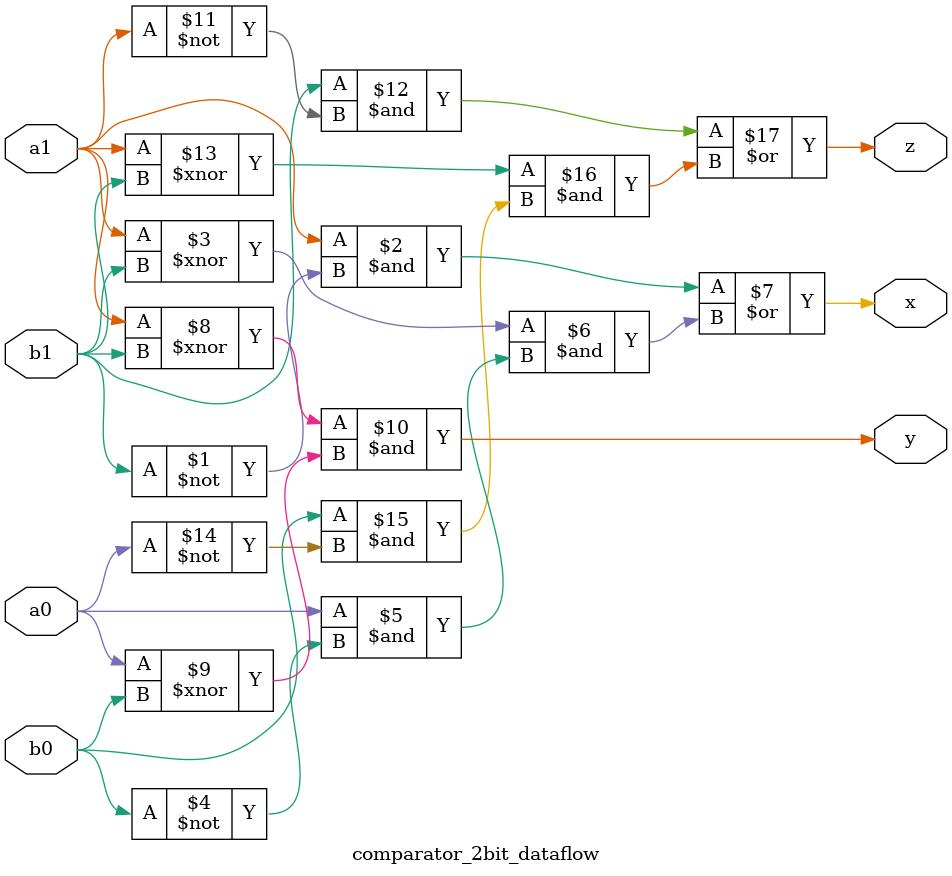
<source format=v>
module comparator_2bit_dataflow(a1, a0, b1, b0, x, y, z);
    input a1, a0, b1, b0;
    output x, y, z;

    // x = 1 if A > B
    assign x = (a1 & ~b1) | ((a1 ~^ b1) & (a0 & ~b0));

    // y = 1 if A == B
    assign y = (a1 ~^ b1) & (a0 ~^ b0);

    // z = 1 if A < B
    assign z = (b1 & ~a1) | ((a1 ~^ b1) & (b0 & ~a0));
endmodule 
</source>
